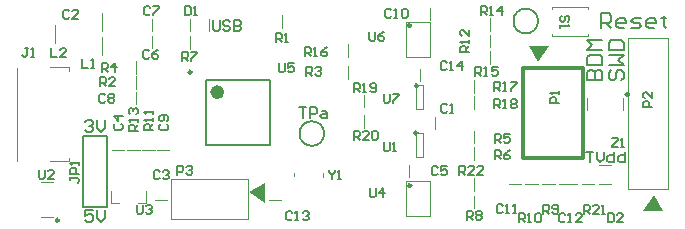
<source format=gto>
G04 Layer_Color=65535*
%FSLAX23Y23*%
%MOIN*%
G70*
G01*
G75*
%ADD29C,0.008*%
%ADD41C,0.010*%
%ADD42C,0.008*%
%ADD43C,0.024*%
%ADD44C,0.004*%
%ADD45C,0.012*%
%ADD46C,0.005*%
%ADD47C,0.007*%
G36*
X2305Y890D02*
X2240D01*
X2275Y945D01*
X2305Y890D01*
D02*
G37*
G36*
X980Y918D02*
X925Y953D01*
X980Y983D01*
Y918D01*
D02*
G37*
G36*
X1890Y1387D02*
X1860Y1442D01*
X1926D01*
X1890Y1387D01*
D02*
G37*
D29*
X782Y1110D02*
X998D01*
X782Y1326D02*
X998D01*
Y1110D02*
Y1326D01*
X782Y1110D02*
Y1326D01*
X374Y1141D02*
X452D01*
Y905D02*
Y1141D01*
X374Y905D02*
Y1141D01*
Y905D02*
X452D01*
D41*
X2193Y1279D02*
G03*
X2193Y1279I-5J0D01*
G01*
X293Y860D02*
G03*
X293Y860I-5J0D01*
G01*
X735Y1354D02*
G03*
X735Y1354I-5J0D01*
G01*
X1488Y1151D02*
G03*
X1488Y1151I-5J0D01*
G01*
X1490Y1308D02*
G03*
X1490Y1308I-5J0D01*
G01*
X1466Y1509D02*
G03*
X1466Y1509I-5J0D01*
G01*
X1467Y976D02*
G03*
X1467Y976I-5J0D01*
G01*
D42*
X1177Y1149D02*
G03*
X1177Y1149I-41J0D01*
G01*
X1890Y1524D02*
G03*
X1890Y1524I-41J0D01*
G01*
X380Y1187D02*
X387Y1194D01*
X400D01*
X407Y1187D01*
Y1181D01*
X400Y1174D01*
X393D01*
X400D01*
X407Y1167D01*
Y1161D01*
X400Y1154D01*
X387D01*
X380Y1161D01*
X420Y1194D02*
Y1167D01*
X433Y1154D01*
X447Y1167D01*
Y1194D01*
X408Y893D02*
X381D01*
Y873D01*
X394Y880D01*
X401D01*
X408Y873D01*
Y860D01*
X401Y853D01*
X388D01*
X381Y860D01*
X421Y893D02*
Y866D01*
X434Y853D01*
X448Y866D01*
Y893D01*
X2054Y1328D02*
X2104D01*
Y1353D01*
X2096Y1361D01*
X2087D01*
X2079Y1353D01*
Y1328D01*
Y1353D01*
X2071Y1361D01*
X2062D01*
X2054Y1353D01*
Y1328D01*
Y1378D02*
X2104D01*
Y1403D01*
X2096Y1411D01*
X2062D01*
X2054Y1403D01*
Y1378D01*
X2104Y1428D02*
X2054D01*
X2071Y1445D01*
X2054Y1461D01*
X2104D01*
X2133Y1360D02*
X2125Y1352D01*
Y1335D01*
X2133Y1327D01*
X2142D01*
X2150Y1335D01*
Y1352D01*
X2158Y1360D01*
X2167D01*
X2175Y1352D01*
Y1335D01*
X2167Y1327D01*
X2125Y1377D02*
X2175D01*
X2158Y1394D01*
X2175Y1410D01*
X2125D01*
Y1427D02*
X2175D01*
Y1452D01*
X2167Y1460D01*
X2133D01*
X2125Y1452D01*
Y1427D01*
D43*
X833Y1287D02*
G03*
X833Y1287I-12J0D01*
G01*
D44*
X1675Y958D02*
Y1000D01*
X2172Y1228D02*
Y1266D01*
X2054Y1228D02*
Y1266D01*
X234Y871D02*
X272D01*
X234Y989D02*
X272D01*
X520Y1093D02*
X562D01*
X570D02*
X612D01*
X280Y1450D02*
Y1510D01*
X435Y1411D02*
Y1470D01*
X2055Y1473D02*
Y1481D01*
X1937Y1473D02*
Y1481D01*
Y1473D02*
X2055D01*
X1937Y1571D02*
X2055D01*
X1937Y1563D02*
Y1571D01*
X2055Y1563D02*
Y1571D01*
X668Y997D02*
X922D01*
X668Y863D02*
Y997D01*
Y863D02*
X922D01*
Y997D01*
X2189Y964D02*
Y1469D01*
X2323D01*
Y964D02*
Y1469D01*
X2189Y964D02*
X2323D01*
X1495Y1323D02*
Y1363D01*
X1545Y1163D02*
Y1203D01*
X1530Y1528D02*
Y1568D01*
X550Y1249D02*
Y1289D01*
X1255Y1404D02*
Y1446D01*
Y1332D02*
Y1374D01*
X1037Y1502D02*
Y1544D01*
X1507Y1072D02*
Y1151D01*
X1483Y1072D02*
Y1151D01*
Y1072D02*
X1507D01*
X1483Y1151D02*
X1507D01*
X1483Y1310D02*
X1507D01*
X1483Y1231D02*
X1507D01*
X1483D02*
Y1310D01*
X1507Y1231D02*
Y1310D01*
X1075Y1006D02*
Y1018D01*
X1173Y1005D02*
Y1017D01*
X1730Y1437D02*
Y1479D01*
Y1492D02*
Y1534D01*
X1675Y1231D02*
Y1273D01*
Y1284D02*
Y1326D01*
Y1062D02*
Y1104D01*
Y1117D02*
Y1159D01*
X550Y1298D02*
Y1340D01*
Y1348D02*
Y1390D01*
X435Y1491D02*
Y1550D01*
X602Y1433D02*
Y1473D01*
X993Y929D02*
X1033D01*
X1460Y1005D02*
Y1045D01*
X602Y1490D02*
Y1530D01*
X621Y1093D02*
X661D01*
X325Y1358D02*
Y1370D01*
Y1056D02*
Y1068D01*
X262Y1370D02*
X325D01*
X262Y1056D02*
X325D01*
X153Y1059D02*
Y1367D01*
X730Y1432D02*
Y1474D01*
X1961Y980D02*
X2021D01*
X1730Y1382D02*
Y1424D01*
X1449Y1405D02*
X1531D01*
X1449Y1522D02*
X1531D01*
Y1405D02*
Y1522D01*
X1449Y1405D02*
Y1522D01*
Y875D02*
Y992D01*
X1531Y875D02*
Y992D01*
X1449D02*
X1531D01*
X1449Y875D02*
X1531D01*
X1675Y900D02*
Y942D01*
X1904Y980D02*
X1946D01*
X1848D02*
X1890D01*
X1793D02*
X1833D01*
X1311Y1169D02*
Y1211D01*
Y1237D02*
Y1279D01*
X730Y1490D02*
Y1530D01*
X794Y1490D02*
Y1530D01*
X583Y918D02*
Y956D01*
X556Y918D02*
X583D01*
X465D02*
X492D01*
X465D02*
Y956D01*
X614Y928D02*
X654D01*
X471Y1093D02*
X511D01*
X2035Y980D02*
X2077D01*
X2092Y1044D02*
X2132D01*
X2092Y980D02*
X2132D01*
D45*
X1840Y1067D02*
X2040D01*
X1840D02*
Y1367D01*
X2040D01*
Y1067D02*
Y1367D01*
D46*
X1628Y1012D02*
Y1042D01*
X1643D01*
X1648Y1037D01*
Y1027D01*
X1643Y1022D01*
X1628D01*
X1638D02*
X1648Y1012D01*
X1678D02*
X1658D01*
X1678Y1032D01*
Y1037D01*
X1673Y1042D01*
X1663D01*
X1658Y1037D01*
X1708Y1012D02*
X1688D01*
X1708Y1032D01*
Y1037D01*
X1703Y1042D01*
X1693D01*
X1688Y1037D01*
X1094Y1237D02*
X1117D01*
X1106D01*
Y1202D01*
X1129D02*
Y1237D01*
X1146D01*
X1152Y1231D01*
Y1219D01*
X1146Y1214D01*
X1129D01*
X1170Y1225D02*
X1181D01*
X1187Y1219D01*
Y1202D01*
X1170D01*
X1164Y1208D01*
X1170Y1214D01*
X1187D01*
X2043Y882D02*
Y912D01*
X2058D01*
X2063Y907D01*
Y897D01*
X2058Y892D01*
X2043D01*
X2053D02*
X2063Y882D01*
X2093D02*
X2073D01*
X2093Y902D01*
Y907D01*
X2088Y912D01*
X2078D01*
X2073Y907D01*
X2103Y882D02*
X2113D01*
X2108D01*
Y912D01*
X2103Y907D01*
X2123Y883D02*
Y853D01*
X2138D01*
X2143Y858D01*
Y878D01*
X2138Y883D01*
X2123D01*
X2173Y853D02*
X2153D01*
X2173Y873D01*
Y878D01*
X2168Y883D01*
X2158D01*
X2153Y878D01*
X331Y1005D02*
Y995D01*
Y1000D01*
X356D01*
X361Y995D01*
Y990D01*
X356Y985D01*
X361Y1015D02*
X331D01*
Y1030D01*
X336Y1035D01*
X346D01*
X351Y1030D01*
Y1015D01*
X361Y1045D02*
Y1055D01*
Y1050D01*
X331D01*
X336Y1045D01*
X480Y1182D02*
X475Y1177D01*
Y1167D01*
X480Y1162D01*
X500D01*
X505Y1167D01*
Y1177D01*
X500Y1182D01*
X505Y1207D02*
X475D01*
X490Y1192D01*
Y1212D01*
X629Y1021D02*
X624Y1026D01*
X614D01*
X609Y1021D01*
Y1001D01*
X614Y996D01*
X624D01*
X629Y1001D01*
X639Y1021D02*
X644Y1026D01*
X654D01*
X659Y1021D01*
Y1016D01*
X654Y1011D01*
X649D01*
X654D01*
X659Y1006D01*
Y1001D01*
X654Y996D01*
X644D01*
X639Y1001D01*
X553Y911D02*
Y886D01*
X558Y881D01*
X568D01*
X573Y886D01*
Y911D01*
X583Y906D02*
X588Y911D01*
X598D01*
X603Y906D01*
Y901D01*
X598Y896D01*
X593D01*
X598D01*
X603Y891D01*
Y886D01*
X598Y881D01*
X588D01*
X583Y886D01*
X712Y1574D02*
Y1544D01*
X727D01*
X732Y1549D01*
Y1569D01*
X727Y1574D01*
X712D01*
X742Y1544D02*
X752D01*
X747D01*
Y1574D01*
X742Y1569D01*
X1276Y1287D02*
Y1317D01*
X1291D01*
X1296Y1312D01*
Y1302D01*
X1291Y1297D01*
X1276D01*
X1286D02*
X1296Y1287D01*
X1306D02*
X1316D01*
X1311D01*
Y1317D01*
X1306Y1312D01*
X1331Y1292D02*
X1336Y1287D01*
X1346D01*
X1351Y1292D01*
Y1312D01*
X1346Y1317D01*
X1336D01*
X1331Y1312D01*
Y1307D01*
X1336Y1302D01*
X1351D01*
X1275Y1129D02*
Y1159D01*
X1290D01*
X1295Y1154D01*
Y1144D01*
X1290Y1139D01*
X1275D01*
X1285D02*
X1295Y1129D01*
X1325D02*
X1305D01*
X1325Y1149D01*
Y1154D01*
X1320Y1159D01*
X1310D01*
X1305Y1154D01*
X1335D02*
X1340Y1159D01*
X1350D01*
X1355Y1154D01*
Y1134D01*
X1350Y1129D01*
X1340D01*
X1335Y1134D01*
Y1154D01*
X1773Y909D02*
X1768Y914D01*
X1758D01*
X1753Y909D01*
Y889D01*
X1758Y884D01*
X1768D01*
X1773Y889D01*
X1783Y884D02*
X1793D01*
X1788D01*
Y914D01*
X1783Y909D01*
X1808Y884D02*
X1818D01*
X1813D01*
Y914D01*
X1808Y909D01*
X1826Y853D02*
Y883D01*
X1841D01*
X1846Y878D01*
Y868D01*
X1841Y863D01*
X1826D01*
X1836D02*
X1846Y853D01*
X1856D02*
X1866D01*
X1861D01*
Y883D01*
X1856Y878D01*
X1881D02*
X1886Y883D01*
X1896D01*
X1901Y878D01*
Y858D01*
X1896Y853D01*
X1886D01*
X1881Y858D01*
Y878D01*
X1907Y882D02*
Y912D01*
X1922D01*
X1927Y907D01*
Y897D01*
X1922Y892D01*
X1907D01*
X1917D02*
X1927Y882D01*
X1937Y887D02*
X1942Y882D01*
X1952D01*
X1957Y887D01*
Y907D01*
X1952Y912D01*
X1942D01*
X1937Y907D01*
Y902D01*
X1942Y897D01*
X1957D01*
X1652Y861D02*
Y891D01*
X1667D01*
X1672Y886D01*
Y876D01*
X1667Y871D01*
X1652D01*
X1662D02*
X1672Y861D01*
X1682Y886D02*
X1687Y891D01*
X1697D01*
X1702Y886D01*
Y881D01*
X1697Y876D01*
X1702Y871D01*
Y866D01*
X1697Y861D01*
X1687D01*
X1682Y866D01*
Y871D01*
X1687Y876D01*
X1682Y881D01*
Y886D01*
X1687Y876D02*
X1697D01*
X1329Y967D02*
Y942D01*
X1334Y937D01*
X1344D01*
X1349Y942D01*
Y967D01*
X1374Y937D02*
Y967D01*
X1359Y952D01*
X1379D01*
X1328Y1488D02*
Y1463D01*
X1333Y1458D01*
X1343D01*
X1348Y1463D01*
Y1488D01*
X1378D02*
X1368Y1483D01*
X1358Y1473D01*
Y1463D01*
X1363Y1458D01*
X1373D01*
X1378Y1463D01*
Y1468D01*
X1373Y1473D01*
X1358D01*
X1680Y1341D02*
Y1371D01*
X1695D01*
X1700Y1366D01*
Y1356D01*
X1695Y1351D01*
X1680D01*
X1690D02*
X1700Y1341D01*
X1710D02*
X1720D01*
X1715D01*
Y1371D01*
X1710Y1366D01*
X1755Y1371D02*
X1735D01*
Y1356D01*
X1745Y1361D01*
X1750D01*
X1755Y1356D01*
Y1346D01*
X1750Y1341D01*
X1740D01*
X1735Y1346D01*
X1981Y878D02*
X1976Y883D01*
X1966D01*
X1961Y878D01*
Y858D01*
X1966Y853D01*
X1976D01*
X1981Y858D01*
X1991Y853D02*
X2001D01*
X1996D01*
Y883D01*
X1991Y878D01*
X2036Y853D02*
X2016D01*
X2036Y873D01*
Y878D01*
X2031Y883D01*
X2021D01*
X2016Y878D01*
X704Y1392D02*
Y1422D01*
X719D01*
X724Y1417D01*
Y1407D01*
X719Y1402D01*
X704D01*
X714D02*
X724Y1392D01*
X734Y1422D02*
X754D01*
Y1417D01*
X734Y1397D01*
Y1392D01*
X190Y1435D02*
X180D01*
X185D01*
Y1410D01*
X180Y1405D01*
X175D01*
X170Y1410D01*
X200Y1405D02*
X210D01*
X205D01*
Y1435D01*
X200Y1430D01*
X632Y1180D02*
X627Y1175D01*
Y1165D01*
X632Y1160D01*
X652D01*
X657Y1165D01*
Y1175D01*
X652Y1180D01*
Y1190D02*
X657Y1195D01*
Y1205D01*
X652Y1210D01*
X632D01*
X627Y1205D01*
Y1195D01*
X632Y1190D01*
X637D01*
X642Y1195D01*
Y1210D01*
X598Y1568D02*
X593Y1573D01*
X583D01*
X578Y1568D01*
Y1548D01*
X583Y1543D01*
X593D01*
X598Y1548D01*
X608Y1573D02*
X628D01*
Y1568D01*
X608Y1548D01*
Y1543D01*
X1555Y1035D02*
X1550Y1040D01*
X1540D01*
X1535Y1035D01*
Y1015D01*
X1540Y1010D01*
X1550D01*
X1555Y1015D01*
X1585Y1040D02*
X1565D01*
Y1025D01*
X1575Y1030D01*
X1580D01*
X1585Y1025D01*
Y1015D01*
X1580Y1010D01*
X1570D01*
X1565Y1015D01*
X1071Y885D02*
X1066Y890D01*
X1056D01*
X1051Y885D01*
Y865D01*
X1056Y860D01*
X1066D01*
X1071Y865D01*
X1081Y860D02*
X1091D01*
X1086D01*
Y890D01*
X1081Y885D01*
X1106D02*
X1111Y890D01*
X1121D01*
X1126Y885D01*
Y880D01*
X1121Y875D01*
X1116D01*
X1121D01*
X1126Y870D01*
Y865D01*
X1121Y860D01*
X1111D01*
X1106Y865D01*
X594Y1423D02*
X589Y1428D01*
X579D01*
X574Y1423D01*
Y1403D01*
X579Y1398D01*
X589D01*
X594Y1403D01*
X624Y1428D02*
X614Y1423D01*
X604Y1413D01*
Y1403D01*
X609Y1398D01*
X619D01*
X624Y1403D01*
Y1408D01*
X619Y1413D01*
X604D01*
X328Y1556D02*
X323Y1561D01*
X313D01*
X308Y1556D01*
Y1536D01*
X313Y1531D01*
X323D01*
X328Y1536D01*
X358Y1531D02*
X338D01*
X358Y1551D01*
Y1556D01*
X353Y1561D01*
X343D01*
X338Y1556D01*
X436Y1355D02*
Y1385D01*
X451D01*
X456Y1380D01*
Y1370D01*
X451Y1365D01*
X436D01*
X446D02*
X456Y1355D01*
X481D02*
Y1385D01*
X466Y1370D01*
X486D01*
X431Y1306D02*
Y1336D01*
X446D01*
X451Y1331D01*
Y1321D01*
X446Y1316D01*
X431D01*
X441D02*
X451Y1306D01*
X481D02*
X461D01*
X481Y1326D01*
Y1331D01*
X476Y1336D01*
X466D01*
X461Y1331D01*
X1961Y1250D02*
X1931D01*
Y1265D01*
X1936Y1270D01*
X1946D01*
X1951Y1265D01*
Y1250D01*
X1961Y1280D02*
Y1290D01*
Y1285D01*
X1931D01*
X1936Y1280D01*
X1745Y1118D02*
Y1148D01*
X1760D01*
X1765Y1143D01*
Y1133D01*
X1760Y1128D01*
X1745D01*
X1755D02*
X1765Y1118D01*
X1795Y1148D02*
X1775D01*
Y1133D01*
X1785Y1138D01*
X1790D01*
X1795Y1133D01*
Y1123D01*
X1790Y1118D01*
X1780D01*
X1775Y1123D01*
X1745Y1063D02*
Y1093D01*
X1760D01*
X1765Y1088D01*
Y1078D01*
X1760Y1073D01*
X1745D01*
X1755D02*
X1765Y1063D01*
X1795Y1093D02*
X1785Y1088D01*
X1775Y1078D01*
Y1068D01*
X1780Y1063D01*
X1790D01*
X1795Y1068D01*
Y1073D01*
X1790Y1078D01*
X1775D01*
X1744Y1291D02*
Y1321D01*
X1759D01*
X1764Y1316D01*
Y1306D01*
X1759Y1301D01*
X1744D01*
X1754D02*
X1764Y1291D01*
X1774D02*
X1784D01*
X1779D01*
Y1321D01*
X1774Y1316D01*
X1799Y1321D02*
X1819D01*
Y1316D01*
X1799Y1296D01*
Y1291D01*
X1744Y1234D02*
Y1264D01*
X1759D01*
X1764Y1259D01*
Y1249D01*
X1759Y1244D01*
X1744D01*
X1754D02*
X1764Y1234D01*
X1774D02*
X1784D01*
X1779D01*
Y1264D01*
X1774Y1259D01*
X1799D02*
X1804Y1264D01*
X1814D01*
X1819Y1259D01*
Y1254D01*
X1814Y1249D01*
X1819Y1244D01*
Y1239D01*
X1814Y1234D01*
X1804D01*
X1799Y1239D01*
Y1244D01*
X1804Y1249D01*
X1799Y1254D01*
Y1259D01*
X1804Y1249D02*
X1814D01*
X1699Y1543D02*
Y1573D01*
X1714D01*
X1719Y1568D01*
Y1558D01*
X1714Y1553D01*
X1699D01*
X1709D02*
X1719Y1543D01*
X1729D02*
X1739D01*
X1734D01*
Y1573D01*
X1729Y1568D01*
X1769Y1543D02*
Y1573D01*
X1754Y1558D01*
X1774D01*
X1660Y1420D02*
X1630D01*
Y1435D01*
X1635Y1440D01*
X1645D01*
X1650Y1435D01*
Y1420D01*
Y1430D02*
X1660Y1440D01*
Y1450D02*
Y1460D01*
Y1455D01*
X1630D01*
X1635Y1450D01*
X1660Y1495D02*
Y1475D01*
X1640Y1495D01*
X1635D01*
X1630Y1490D01*
Y1480D01*
X1635Y1475D01*
X1192Y1027D02*
Y1022D01*
X1202Y1012D01*
X1212Y1022D01*
Y1027D01*
X1202Y1012D02*
Y997D01*
X1222D02*
X1232D01*
X1227D01*
Y1027D01*
X1222Y1022D01*
X1375Y1282D02*
Y1257D01*
X1380Y1252D01*
X1390D01*
X1395Y1257D01*
Y1282D01*
X1405D02*
X1425D01*
Y1277D01*
X1405Y1257D01*
Y1252D01*
X1375Y1120D02*
Y1095D01*
X1380Y1090D01*
X1390D01*
X1395Y1095D01*
Y1120D01*
X1405Y1090D02*
X1415D01*
X1410D01*
Y1120D01*
X1405Y1115D01*
X1016Y1453D02*
Y1483D01*
X1031D01*
X1036Y1478D01*
Y1468D01*
X1031Y1463D01*
X1016D01*
X1026D02*
X1036Y1453D01*
X1046D02*
X1056D01*
X1051D01*
Y1483D01*
X1046Y1478D01*
X1118Y1341D02*
Y1371D01*
X1133D01*
X1138Y1366D01*
Y1356D01*
X1133Y1351D01*
X1118D01*
X1128D02*
X1138Y1341D01*
X1148Y1366D02*
X1153Y1371D01*
X1163D01*
X1168Y1366D01*
Y1361D01*
X1163Y1356D01*
X1158D01*
X1163D01*
X1168Y1351D01*
Y1346D01*
X1163Y1341D01*
X1153D01*
X1148Y1346D01*
X1113Y1406D02*
Y1436D01*
X1128D01*
X1133Y1431D01*
Y1421D01*
X1128Y1416D01*
X1113D01*
X1123D02*
X1133Y1406D01*
X1143D02*
X1153D01*
X1148D01*
Y1436D01*
X1143Y1431D01*
X1188Y1436D02*
X1178Y1431D01*
X1168Y1421D01*
Y1411D01*
X1173Y1406D01*
X1183D01*
X1188Y1411D01*
Y1416D01*
X1183Y1421D01*
X1168D01*
X1025Y1383D02*
Y1358D01*
X1030Y1353D01*
X1040D01*
X1045Y1358D01*
Y1383D01*
X1075D02*
X1055D01*
Y1368D01*
X1065Y1373D01*
X1070D01*
X1075Y1368D01*
Y1358D01*
X1070Y1353D01*
X1060D01*
X1055Y1358D01*
X447Y1277D02*
X442Y1282D01*
X432D01*
X427Y1277D01*
Y1257D01*
X432Y1252D01*
X442D01*
X447Y1257D01*
X457Y1277D02*
X462Y1282D01*
X472D01*
X477Y1277D01*
Y1272D01*
X472Y1267D01*
X477Y1262D01*
Y1257D01*
X472Y1252D01*
X462D01*
X457Y1257D01*
Y1262D01*
X462Y1267D01*
X457Y1272D01*
Y1277D01*
X462Y1267D02*
X472D01*
X1401Y1560D02*
X1396Y1565D01*
X1386D01*
X1381Y1560D01*
Y1540D01*
X1386Y1535D01*
X1396D01*
X1401Y1540D01*
X1411Y1535D02*
X1421D01*
X1416D01*
Y1565D01*
X1411Y1560D01*
X1436D02*
X1441Y1565D01*
X1451D01*
X1456Y1560D01*
Y1540D01*
X1451Y1535D01*
X1441D01*
X1436Y1540D01*
Y1560D01*
X1587Y1243D02*
X1582Y1248D01*
X1572D01*
X1567Y1243D01*
Y1223D01*
X1572Y1218D01*
X1582D01*
X1587Y1223D01*
X1597Y1218D02*
X1607D01*
X1602D01*
Y1248D01*
X1597Y1243D01*
X1585Y1385D02*
X1580Y1390D01*
X1570D01*
X1565Y1385D01*
Y1365D01*
X1570Y1360D01*
X1580D01*
X1585Y1365D01*
X1595Y1360D02*
X1605D01*
X1600D01*
Y1390D01*
X1595Y1385D01*
X1635Y1360D02*
Y1390D01*
X1620Y1375D01*
X1640D01*
X2270Y1237D02*
X2240D01*
Y1252D01*
X2245Y1257D01*
X2255D01*
X2260Y1252D01*
Y1237D01*
X2270Y1287D02*
Y1267D01*
X2250Y1287D01*
X2245D01*
X2240Y1282D01*
Y1272D01*
X2245Y1267D01*
X688Y1012D02*
Y1042D01*
X703D01*
X708Y1037D01*
Y1027D01*
X703Y1022D01*
X688D01*
X718Y1037D02*
X723Y1042D01*
X733D01*
X738Y1037D01*
Y1032D01*
X733Y1027D01*
X728D01*
X733D01*
X738Y1022D01*
Y1017D01*
X733Y1012D01*
X723D01*
X718Y1017D01*
X1989Y1522D02*
X1994Y1527D01*
Y1537D01*
X1989Y1542D01*
X1984D01*
X1979Y1537D01*
Y1527D01*
X1974Y1522D01*
X1969D01*
X1964Y1527D01*
Y1537D01*
X1969Y1542D01*
X1964Y1512D02*
Y1502D01*
Y1507D01*
X1994D01*
X1989Y1512D01*
X370Y1398D02*
Y1368D01*
X390D01*
X400D02*
X410D01*
X405D01*
Y1398D01*
X400Y1393D01*
X268Y1433D02*
Y1403D01*
X288D01*
X318D02*
X298D01*
X318Y1423D01*
Y1428D01*
X313Y1433D01*
X303D01*
X298Y1428D01*
X607Y1160D02*
X577D01*
Y1175D01*
X582Y1180D01*
X592D01*
X597Y1175D01*
Y1160D01*
Y1170D02*
X607Y1180D01*
Y1190D02*
Y1200D01*
Y1195D01*
X577D01*
X582Y1190D01*
X607Y1215D02*
Y1225D01*
Y1220D01*
X577D01*
X582Y1215D01*
X556Y1159D02*
X526D01*
Y1174D01*
X531Y1179D01*
X541D01*
X546Y1174D01*
Y1159D01*
Y1169D02*
X556Y1179D01*
Y1189D02*
Y1199D01*
Y1194D01*
X526D01*
X531Y1189D01*
Y1214D02*
X526Y1219D01*
Y1229D01*
X531Y1234D01*
X536D01*
X541Y1229D01*
Y1224D01*
Y1229D01*
X546Y1234D01*
X551D01*
X556Y1229D01*
Y1219D01*
X551Y1214D01*
X226Y1029D02*
Y1004D01*
X231Y999D01*
X241D01*
X246Y1004D01*
Y1029D01*
X276Y999D02*
X256D01*
X276Y1019D01*
Y1024D01*
X271Y1029D01*
X261D01*
X256Y1024D01*
X2135Y1134D02*
X2155D01*
Y1129D01*
X2135Y1109D01*
Y1104D01*
X2155D01*
X2165D02*
X2175D01*
X2170D01*
Y1134D01*
X2165Y1129D01*
X806Y1526D02*
Y1497D01*
X812Y1491D01*
X823D01*
X829Y1497D01*
Y1526D01*
X864Y1520D02*
X858Y1526D01*
X847D01*
X841Y1520D01*
Y1514D01*
X847Y1508D01*
X858D01*
X864Y1503D01*
Y1497D01*
X858Y1491D01*
X847D01*
X841Y1497D01*
X876Y1526D02*
Y1491D01*
X893D01*
X899Y1497D01*
Y1503D01*
X893Y1508D01*
X876D01*
X893D01*
X899Y1514D01*
Y1520D01*
X893Y1526D01*
X876D01*
X2051Y1088D02*
X2074D01*
X2063D01*
Y1053D01*
X2086Y1088D02*
Y1065D01*
X2098Y1053D01*
X2109Y1065D01*
Y1088D01*
X2144D02*
Y1053D01*
X2127D01*
X2121Y1059D01*
Y1070D01*
X2127Y1076D01*
X2144D01*
X2179Y1088D02*
Y1053D01*
X2162D01*
X2156Y1059D01*
Y1070D01*
X2162Y1076D01*
X2179D01*
D47*
X2101Y1500D02*
Y1550D01*
X2126D01*
X2134Y1542D01*
Y1525D01*
X2126Y1517D01*
X2101D01*
X2118D02*
X2134Y1500D01*
X2176D02*
X2159D01*
X2151Y1508D01*
Y1525D01*
X2159Y1533D01*
X2176D01*
X2184Y1525D01*
Y1517D01*
X2151D01*
X2201Y1500D02*
X2226D01*
X2234Y1508D01*
X2226Y1517D01*
X2209D01*
X2201Y1525D01*
X2209Y1533D01*
X2234D01*
X2276Y1500D02*
X2259D01*
X2251Y1508D01*
Y1525D01*
X2259Y1533D01*
X2276D01*
X2284Y1525D01*
Y1517D01*
X2251D01*
X2309Y1542D02*
Y1533D01*
X2301D01*
X2318D01*
X2309D01*
Y1508D01*
X2318Y1500D01*
M02*

</source>
